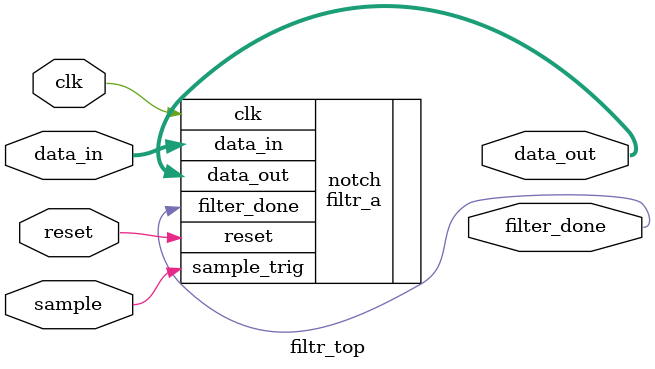
<source format=v>
`timescale 1ns / 100ps



module filtr_top#(
    parameter COEF_SIZE = 35, 
    parameter DATA_SIZE = 24)(
input [DATA_SIZE-1:0] data_in,
output [DATA_SIZE-1:0] data_out,
input  reset,clk,
input  sample,
output filter_done);


filtr_a
  #(.DATA_SIZE(DATA_SIZE),
    .COEF_SIZE(COEF_SIZE),
    .A(35'd17044400784),
    .R(24'd4185915),
    .R2(35'd8555609213),
    .R3(35'd86),
    .R4(35'd86),
    .U (35'd9))
     notch(
.data_in(data_in),
.reset(reset),
.clk(clk),
.sample_trig(sample),
.data_out(data_out),
.filter_done(filter_done)

);

endmodule

</source>
